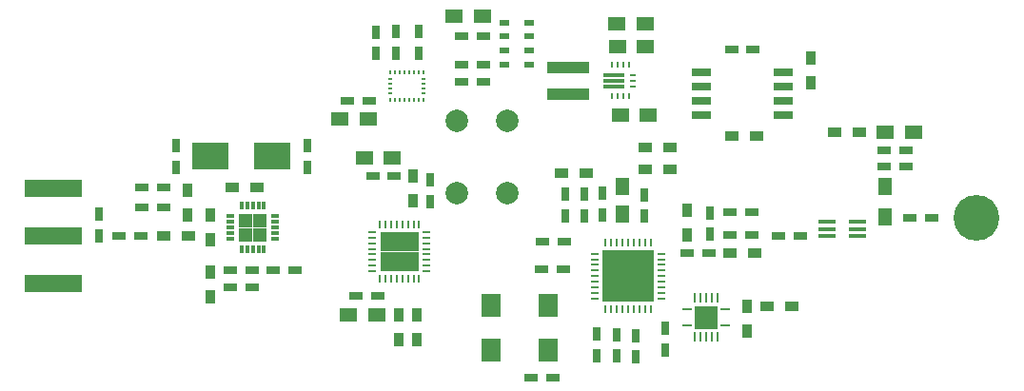
<source format=gbr>
G04 #@! TF.GenerationSoftware,KiCad,Pcbnew,(5.0.0-rc2-dev-311-g1dd4af297)*
G04 #@! TF.CreationDate,2018-03-29T11:26:02-07:00*
G04 #@! TF.ProjectId,Lupo_Testing,4C75706F5F54657374696E672E6B6963,rev?*
G04 #@! TF.SameCoordinates,Original*
G04 #@! TF.FileFunction,Copper,L1,Top,Signal*
G04 #@! TF.FilePolarity,Positive*
%FSLAX46Y46*%
G04 Gerber Fmt 4.6, Leading zero omitted, Abs format (unit mm)*
G04 Created by KiCad (PCBNEW (5.0.0-rc2-dev-311-g1dd4af297)) date 03/29/18 11:26:02*
%MOMM*%
%LPD*%
G01*
G04 APERTURE LIST*
%ADD10R,0.250000X0.704800*%
%ADD11R,0.704800X0.250000*%
%ADD12R,4.600001X4.600001*%
%ADD13R,0.950000X0.550000*%
%ADD14R,1.500000X0.400000*%
%ADD15R,1.700000X0.650000*%
%ADD16R,1.889999X0.319999*%
%ADD17R,0.240000X0.599999*%
%ADD18R,0.599999X0.240000*%
%ADD19R,2.050000X2.050000*%
%ADD20R,0.850000X0.280000*%
%ADD21R,0.280000X0.850000*%
%ADD22R,0.230000X0.350000*%
%ADD23R,0.350000X0.230000*%
%ADD24R,1.250000X1.250000*%
%ADD25R,0.300000X0.730000*%
%ADD26R,0.730000X0.300000*%
%ADD27R,1.725000X1.725000*%
%ADD28R,0.250000X0.700000*%
%ADD29R,0.700000X0.250000*%
%ADD30R,0.750000X1.200000*%
%ADD31R,1.200000X0.750000*%
%ADD32R,1.500000X1.250000*%
%ADD33R,1.250000X1.500000*%
%ADD34R,5.080000X1.500000*%
%ADD35C,4.064000*%
%ADD36R,0.900000X1.200000*%
%ADD37R,1.200000X0.900000*%
%ADD38R,3.700000X0.980000*%
%ADD39R,1.300000X1.500000*%
%ADD40C,2.000000*%
%ADD41R,3.325000X2.400000*%
%ADD42R,1.800000X2.000000*%
G04 APERTURE END LIST*
D10*
X237140999Y-104425402D03*
X237641000Y-104425402D03*
X238140999Y-104425402D03*
X238641001Y-104425402D03*
X239141000Y-104425402D03*
X239640999Y-104425402D03*
X240141001Y-104425402D03*
X240641000Y-104425402D03*
X241141001Y-104425402D03*
D11*
X242093402Y-103473001D03*
X242093402Y-102973000D03*
X242093402Y-102473001D03*
X242093402Y-101972999D03*
X242093402Y-101473000D03*
X242093402Y-100973001D03*
X242093402Y-100472999D03*
X242093402Y-99973000D03*
X242093402Y-99472999D03*
D10*
X241141001Y-98520598D03*
X240641000Y-98520598D03*
X240141001Y-98520598D03*
X239640999Y-98520598D03*
X239141000Y-98520598D03*
X238641001Y-98520598D03*
X238140999Y-98520598D03*
X237641000Y-98520598D03*
X237140999Y-98520598D03*
D11*
X236188598Y-99472999D03*
X236188598Y-99973000D03*
X236188598Y-100472999D03*
X236188598Y-100973001D03*
X236188598Y-101473000D03*
X236188598Y-101972999D03*
X236188598Y-102473001D03*
X236188598Y-102973000D03*
X236188598Y-103473001D03*
D12*
X239141000Y-101473000D03*
D13*
X230310000Y-82647000D03*
X230310000Y-81397000D03*
X230310000Y-80147000D03*
X230310000Y-78897000D03*
X228160000Y-81397000D03*
X228160000Y-80147000D03*
X228160000Y-78897000D03*
X228160000Y-82647000D03*
D14*
X259521000Y-96632000D03*
X259521000Y-97282000D03*
X259521000Y-97932000D03*
X256861000Y-97932000D03*
X256861000Y-97282000D03*
X256861000Y-96632000D03*
D15*
X252951000Y-83312000D03*
X252951000Y-84582000D03*
X252951000Y-85852000D03*
X252951000Y-87122000D03*
X245651000Y-87122000D03*
X245651000Y-85852000D03*
X245651000Y-84582000D03*
X245651000Y-83312000D03*
D16*
X237871000Y-83584001D03*
X237871000Y-84074000D03*
X237871000Y-84563999D03*
D17*
X237675999Y-85474000D03*
X238176000Y-85474000D03*
X238676000Y-85474000D03*
X239176001Y-85474000D03*
D18*
X239576000Y-84573999D03*
X239576000Y-84074000D03*
X239576000Y-83574001D03*
D17*
X239176001Y-82674000D03*
X238676000Y-82674000D03*
X238176000Y-82674000D03*
X237675999Y-82674000D03*
D19*
X246073000Y-105140000D03*
D20*
X247798000Y-105890000D03*
D21*
X247073000Y-106865000D03*
X246573000Y-106865000D03*
X246073000Y-106865000D03*
X245573000Y-106865000D03*
X245073000Y-106865000D03*
D20*
X244348000Y-105890000D03*
X244348000Y-104390000D03*
D21*
X245073000Y-103415000D03*
X245573000Y-103415000D03*
X246073000Y-103415000D03*
X246573000Y-103415000D03*
X247073000Y-103415000D03*
D20*
X247798000Y-104390000D03*
D22*
X220961000Y-85807000D03*
X220531000Y-85807000D03*
X220101000Y-85807000D03*
X219671000Y-85807000D03*
X219241000Y-85807000D03*
X218811000Y-85807000D03*
X218381000Y-85807000D03*
X217951000Y-85807000D03*
X220961000Y-83357000D03*
X220531000Y-83357000D03*
X220101000Y-83357000D03*
X219671000Y-83357000D03*
X219241000Y-83357000D03*
X218811000Y-83357000D03*
X218381000Y-83357000D03*
D23*
X220931000Y-85227000D03*
X217981000Y-85227000D03*
X220931000Y-84797000D03*
X217981000Y-84797000D03*
X220931000Y-84367000D03*
X217981000Y-84367000D03*
X220931000Y-83937000D03*
X217981000Y-83937000D03*
D22*
X217951000Y-83357000D03*
D24*
X206365000Y-97780000D03*
X206365000Y-96530000D03*
X205115000Y-97780000D03*
X205115000Y-96530000D03*
D25*
X206740000Y-99120000D03*
X206240000Y-99120000D03*
X205740000Y-99120000D03*
X205240000Y-99120000D03*
X204740000Y-99120000D03*
D26*
X203775000Y-98155000D03*
X203775000Y-97655000D03*
X203775000Y-97155000D03*
X203775000Y-96655000D03*
X203775000Y-96155000D03*
D25*
X204740000Y-95190000D03*
X205240000Y-95190000D03*
X205740000Y-95190000D03*
X206240000Y-95190000D03*
X206740000Y-95190000D03*
D26*
X207705000Y-96155000D03*
X207705000Y-96655000D03*
X207705000Y-97155000D03*
X207705000Y-97655000D03*
X207705000Y-98155000D03*
D27*
X217932000Y-98425000D03*
X217932000Y-100150000D03*
X219657000Y-98425000D03*
X219657000Y-100150000D03*
D28*
X217044500Y-96887500D03*
X217544500Y-96887500D03*
X218044500Y-96887500D03*
X218544500Y-96887500D03*
X219044500Y-96887500D03*
X219544500Y-96887500D03*
X220044500Y-96887500D03*
X220544500Y-96887500D03*
D29*
X221194500Y-97537500D03*
X221194500Y-98037500D03*
X221194500Y-98537500D03*
X221194500Y-99037500D03*
X221194500Y-99537500D03*
X221194500Y-100037500D03*
X221194500Y-100537500D03*
X221194500Y-101037500D03*
D28*
X220544500Y-101687500D03*
X220044500Y-101687500D03*
X219544500Y-101687500D03*
X219044500Y-101687500D03*
X218544500Y-101687500D03*
X218044500Y-101687500D03*
X217544500Y-101687500D03*
X217044500Y-101687500D03*
D29*
X216394500Y-101037500D03*
X216394500Y-100537500D03*
X216394500Y-100037500D03*
X216394500Y-99537500D03*
X216394500Y-99037500D03*
X216394500Y-98537500D03*
X216394500Y-98037500D03*
X216394500Y-97537500D03*
D30*
X238125000Y-106685000D03*
X238125000Y-108585000D03*
X236347000Y-106619000D03*
X236347000Y-108519000D03*
X242443000Y-108011000D03*
X242443000Y-106111000D03*
X239776000Y-108646000D03*
X239776000Y-106746000D03*
D31*
X226248000Y-80137000D03*
X224348000Y-80137000D03*
X224348000Y-82677000D03*
X226248000Y-82677000D03*
D30*
X220472000Y-81595000D03*
X220472000Y-79695000D03*
D32*
X226167000Y-78359000D03*
X223667000Y-78359000D03*
D31*
X224348000Y-84201000D03*
X226248000Y-84201000D03*
D30*
X218440000Y-79695000D03*
X218440000Y-81595000D03*
D31*
X203774000Y-102489000D03*
X205674000Y-102489000D03*
X207584000Y-100965000D03*
X209484000Y-100965000D03*
X205674000Y-100965000D03*
X203774000Y-100965000D03*
X216088000Y-85852000D03*
X214188000Y-85852000D03*
X231460000Y-100838000D03*
X233360000Y-100838000D03*
D32*
X213507000Y-87503000D03*
X216007000Y-87503000D03*
D30*
X235204000Y-94173000D03*
X235204000Y-96073000D03*
X236855000Y-94112000D03*
X236855000Y-96012000D03*
D31*
X197800000Y-93599000D03*
X195900000Y-93599000D03*
D30*
X216662000Y-79761000D03*
X216662000Y-81661000D03*
X233553000Y-96073000D03*
X233553000Y-94173000D03*
X210566000Y-91755000D03*
X210566000Y-89855000D03*
D33*
X238633000Y-93472000D03*
X238633000Y-95972000D03*
D31*
X195900000Y-95377000D03*
X197800000Y-95377000D03*
D30*
X198882000Y-91755000D03*
X198882000Y-89855000D03*
D31*
X233421000Y-98425000D03*
X231521000Y-98425000D03*
D30*
X240538000Y-96134000D03*
X240538000Y-94234000D03*
D31*
X193868000Y-97917000D03*
X195768000Y-97917000D03*
D32*
X240919000Y-87122000D03*
X238419000Y-87122000D03*
D30*
X192024000Y-97851000D03*
X192024000Y-95951000D03*
D31*
X252542000Y-97917000D03*
X254442000Y-97917000D03*
D32*
X264521000Y-88646000D03*
X262021000Y-88646000D03*
D31*
X266126000Y-96266000D03*
X264226000Y-96266000D03*
X263840000Y-90297000D03*
X261940000Y-90297000D03*
X250251000Y-81280000D03*
X248351000Y-81280000D03*
D32*
X240665000Y-81026000D03*
X238165000Y-81026000D03*
D31*
X263840000Y-91694000D03*
X261940000Y-91694000D03*
D32*
X238145000Y-78994000D03*
X240645000Y-78994000D03*
D30*
X221488000Y-94803000D03*
X221488000Y-92903000D03*
D32*
X216769000Y-104902000D03*
X214269000Y-104902000D03*
D31*
X214950000Y-103251000D03*
X216850000Y-103251000D03*
X218308000Y-92583000D03*
X216408000Y-92583000D03*
D32*
X215666000Y-90932000D03*
X218166000Y-90932000D03*
D31*
X244414000Y-99441000D03*
X246314000Y-99441000D03*
D30*
X246380000Y-95824000D03*
X246380000Y-97724000D03*
D31*
X248224000Y-97790000D03*
X250124000Y-97790000D03*
X250124000Y-95758000D03*
X248224000Y-95758000D03*
X232410000Y-110490000D03*
X230510000Y-110490000D03*
D34*
X187960000Y-97917000D03*
X187960000Y-102167000D03*
X187960000Y-93667000D03*
D35*
X270129000Y-96266000D03*
D36*
X201930000Y-98255000D03*
X201930000Y-96055000D03*
X199898000Y-93853000D03*
X199898000Y-96053000D03*
D37*
X197782000Y-97917000D03*
X199982000Y-97917000D03*
D38*
X233807000Y-82889000D03*
X233807000Y-85259000D03*
D39*
X262001000Y-96219000D03*
X262001000Y-93519000D03*
D36*
X244348000Y-95590000D03*
X244348000Y-97790000D03*
X201930000Y-103335000D03*
X201930000Y-101135000D03*
D37*
X240624000Y-91948000D03*
X242824000Y-91948000D03*
X251503000Y-104140000D03*
X253703000Y-104140000D03*
X242824000Y-90043000D03*
X240624000Y-90043000D03*
D36*
X249682000Y-104183000D03*
X249682000Y-106383000D03*
D37*
X206078000Y-93599000D03*
X203878000Y-93599000D03*
X235415000Y-92329000D03*
X233215000Y-92329000D03*
X248328000Y-89027000D03*
X250528000Y-89027000D03*
X259672000Y-88646000D03*
X257472000Y-88646000D03*
D36*
X255397000Y-84285000D03*
X255397000Y-82085000D03*
X218694000Y-107145000D03*
X218694000Y-104945000D03*
X220345000Y-104945000D03*
X220345000Y-107145000D03*
X219964000Y-94742000D03*
X219964000Y-92542000D03*
D37*
X248201000Y-99441000D03*
X250401000Y-99441000D03*
D40*
X223901000Y-87607000D03*
X228401000Y-87607000D03*
X223901000Y-94107000D03*
X228401000Y-94107000D03*
D41*
X201961500Y-90805000D03*
X207486500Y-90805000D03*
D42*
X226949000Y-104077000D03*
X232029000Y-104077000D03*
X232029000Y-108077000D03*
X226949000Y-108077000D03*
M02*

</source>
